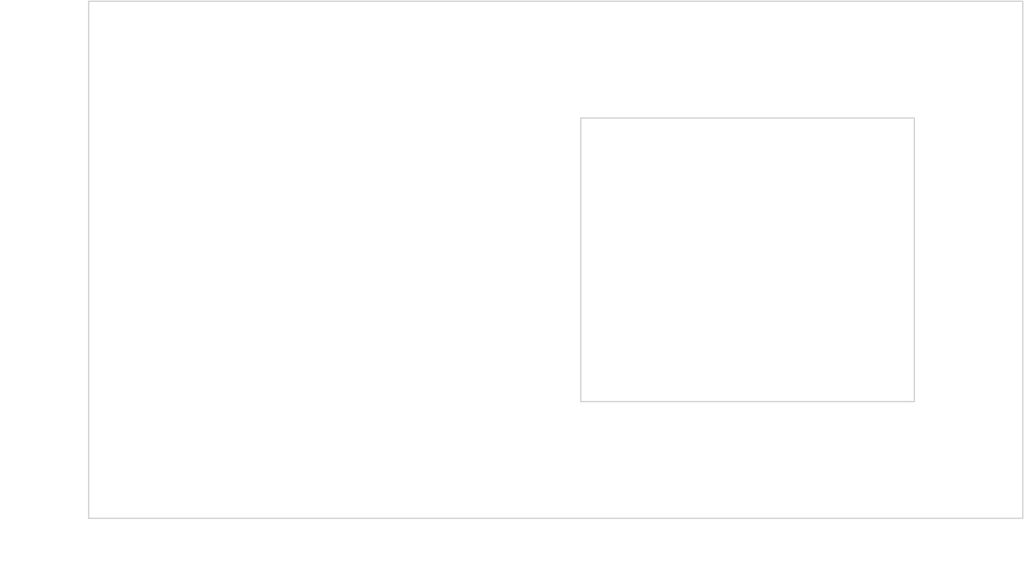
<source format=kicad_pcb>
(kicad_pcb (version 20171130) (host pcbnew 5.0.2-bee76a0~70~ubuntu18.04.1)

  (general
    (thickness 1.6)
    (drawings 15)
    (tracks 0)
    (zones 0)
    (modules 0)
    (nets 1)
  )

  (page A4)
  (layers
    (0 F.Cu signal)
    (31 B.Cu signal)
    (32 B.Adhes user)
    (33 F.Adhes user)
    (34 B.Paste user)
    (35 F.Paste user)
    (36 B.SilkS user)
    (37 F.SilkS user)
    (38 B.Mask user)
    (39 F.Mask user)
    (40 Dwgs.User user)
    (41 Cmts.User user)
    (42 Eco1.User user)
    (43 Eco2.User user)
    (44 Edge.Cuts user)
    (45 Margin user)
    (46 B.CrtYd user)
    (47 F.CrtYd user)
    (48 B.Fab user)
    (49 F.Fab user)
  )

  (setup
    (last_trace_width 0.25)
    (trace_clearance 0.2)
    (zone_clearance 0.508)
    (zone_45_only no)
    (trace_min 0.2)
    (segment_width 0.2)
    (edge_width 0.15)
    (via_size 0.8)
    (via_drill 0.4)
    (via_min_size 0.4)
    (via_min_drill 0.3)
    (uvia_size 0.3)
    (uvia_drill 0.1)
    (uvias_allowed no)
    (uvia_min_size 0.2)
    (uvia_min_drill 0.1)
    (pcb_text_width 0.3)
    (pcb_text_size 1.5 1.5)
    (mod_edge_width 0.15)
    (mod_text_size 1 1)
    (mod_text_width 0.15)
    (pad_size 1.524 1.524)
    (pad_drill 0.762)
    (pad_to_mask_clearance 0.051)
    (solder_mask_min_width 0.25)
    (aux_axis_origin 0 0)
    (visible_elements FFFFFF7F)
    (pcbplotparams
      (layerselection 0x010fc_ffffffff)
      (usegerberextensions false)
      (usegerberattributes false)
      (usegerberadvancedattributes false)
      (creategerberjobfile false)
      (excludeedgelayer true)
      (linewidth 0.100000)
      (plotframeref false)
      (viasonmask false)
      (mode 1)
      (useauxorigin false)
      (hpglpennumber 1)
      (hpglpenspeed 20)
      (hpglpendiameter 15.000000)
      (psnegative false)
      (psa4output false)
      (plotreference true)
      (plotvalue true)
      (plotinvisibletext false)
      (padsonsilk false)
      (subtractmaskfromsilk false)
      (outputformat 1)
      (mirror false)
      (drillshape 1)
      (scaleselection 1)
      (outputdirectory ""))
  )

  (net 0 "")

  (net_class Default "This is the default net class."
    (clearance 0.2)
    (trace_width 0.25)
    (via_dia 0.8)
    (via_drill 0.4)
    (uvia_dia 0.3)
    (uvia_drill 0.1)
  )

  (dimension 14 (width 0.3) (layer Dwgs.User)
    (gr_text "14,000 mm" (at 173.9 105 270) (layer Dwgs.User)
      (effects (font (size 1.5 1.5) (thickness 0.3)))
    )
    (feature1 (pts (xy 176 112) (xy 175.413579 112)))
    (feature2 (pts (xy 176 98) (xy 175.413579 98)))
    (crossbar (pts (xy 176 98) (xy 176 112)))
    (arrow1a (pts (xy 176 112) (xy 175.413579 110.873496)))
    (arrow1b (pts (xy 176 112) (xy 176.586421 110.873496)))
    (arrow2a (pts (xy 176 98) (xy 175.413579 99.126504)))
    (arrow2b (pts (xy 176 98) (xy 176.586421 99.126504)))
  )
  (dimension 14 (width 0.3) (layer Dwgs.User)
    (gr_text "14,000 mm" (at 178.1 57 90) (layer Dwgs.User)
      (effects (font (size 1.5 1.5) (thickness 0.3)))
    )
    (feature1 (pts (xy 176 50) (xy 176.586421 50)))
    (feature2 (pts (xy 176 64) (xy 176.586421 64)))
    (crossbar (pts (xy 176 64) (xy 176 50)))
    (arrow1a (pts (xy 176 50) (xy 176.586421 51.126504)))
    (arrow1b (pts (xy 176 50) (xy 175.413579 51.126504)))
    (arrow2a (pts (xy 176 64) (xy 176.586421 62.873496)))
    (arrow2b (pts (xy 176 64) (xy 175.413579 62.873496)))
  )
  (dimension 34 (width 0.3) (layer Dwgs.User)
    (gr_text "34,000 mm" (at 140.9 81 270) (layer Dwgs.User)
      (effects (font (size 1.5 1.5) (thickness 0.3)))
    )
    (feature1 (pts (xy 143 98) (xy 142.413579 98)))
    (feature2 (pts (xy 143 64) (xy 142.413579 64)))
    (crossbar (pts (xy 143 64) (xy 143 98)))
    (arrow1a (pts (xy 143 98) (xy 142.413579 96.873496)))
    (arrow1b (pts (xy 143 98) (xy 143.586421 96.873496)))
    (arrow2a (pts (xy 143 64) (xy 142.413579 65.126504)))
    (arrow2b (pts (xy 143 64) (xy 143.586421 65.126504)))
  )
  (dimension 62 (width 0.3) (layer Dwgs.User)
    (gr_text "62,000 mm" (at 74.9 81 270) (layer Dwgs.User)
      (effects (font (size 1.5 1.5) (thickness 0.3)))
    )
    (feature1 (pts (xy 80 112) (xy 76.413579 112)))
    (feature2 (pts (xy 80 50) (xy 76.413579 50)))
    (crossbar (pts (xy 77 50) (xy 77 112)))
    (arrow1a (pts (xy 77 112) (xy 76.413579 110.873496)))
    (arrow1b (pts (xy 77 112) (xy 77.586421 110.873496)))
    (arrow2a (pts (xy 77 50) (xy 76.413579 51.126504)))
    (arrow2b (pts (xy 77 50) (xy 77.586421 51.126504)))
  )
  (dimension 112 (width 0.3) (layer Dwgs.User)
    (gr_text "112,000 mm" (at 136 119.1) (layer Dwgs.User)
      (effects (font (size 1.5 1.5) (thickness 0.3)))
    )
    (feature1 (pts (xy 192 112) (xy 192 117.586421)))
    (feature2 (pts (xy 80 112) (xy 80 117.586421)))
    (crossbar (pts (xy 80 117) (xy 192 117)))
    (arrow1a (pts (xy 192 117) (xy 190.873496 117.586421)))
    (arrow1b (pts (xy 192 117) (xy 190.873496 116.413579)))
    (arrow2a (pts (xy 80 117) (xy 81.126504 117.586421)))
    (arrow2b (pts (xy 80 117) (xy 81.126504 116.413579)))
  )
  (dimension 40 (width 0.3) (layer Dwgs.User)
    (gr_text "40,000 mm" (at 159 97.1) (layer Dwgs.User)
      (effects (font (size 1.5 1.5) (thickness 0.3)))
    )
    (feature1 (pts (xy 179 95) (xy 179 95.586421)))
    (feature2 (pts (xy 139 95) (xy 139 95.586421)))
    (crossbar (pts (xy 139 95) (xy 179 95)))
    (arrow1a (pts (xy 179 95) (xy 177.873496 95.586421)))
    (arrow1b (pts (xy 179 95) (xy 177.873496 94.413579)))
    (arrow2a (pts (xy 139 95) (xy 140.126504 95.586421)))
    (arrow2b (pts (xy 139 95) (xy 140.126504 94.413579)))
  )
  (dimension 13 (width 0.3) (layer Dwgs.User)
    (gr_text "13,000 mm" (at 185.5 68.1) (layer Dwgs.User)
      (effects (font (size 1.5 1.5) (thickness 0.3)))
    )
    (feature1 (pts (xy 192 66) (xy 192 66.586421)))
    (feature2 (pts (xy 179 66) (xy 179 66.586421)))
    (crossbar (pts (xy 179 66) (xy 192 66)))
    (arrow1a (pts (xy 192 66) (xy 190.873496 66.586421)))
    (arrow1b (pts (xy 192 66) (xy 190.873496 65.413579)))
    (arrow2a (pts (xy 179 66) (xy 180.126504 66.586421)))
    (arrow2b (pts (xy 179 66) (xy 180.126504 65.413579)))
  )
  (gr_line (start 139 64) (end 139 98) (layer Edge.Cuts) (width 0.15) (tstamp 5C3F522E))
  (gr_line (start 139 98) (end 179 98) (layer Edge.Cuts) (width 0.15) (tstamp 5C3F5214))
  (gr_line (start 139 64) (end 179 64) (layer Edge.Cuts) (width 0.15))
  (gr_line (start 179 64) (end 179 98) (layer Edge.Cuts) (width 0.15))
  (gr_line (start 80 112) (end 80 50) (layer Edge.Cuts) (width 0.15))
  (gr_line (start 192 112) (end 80 112) (layer Edge.Cuts) (width 0.15))
  (gr_line (start 192 50) (end 192 112) (layer Edge.Cuts) (width 0.15))
  (gr_line (start 80 50) (end 192 50) (layer Edge.Cuts) (width 0.15))

)

</source>
